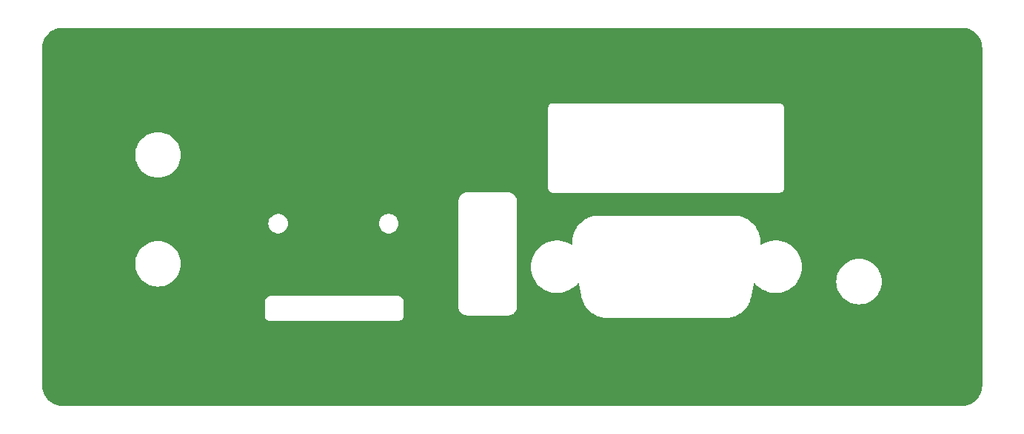
<source format=gbr>
%TF.GenerationSoftware,KiCad,Pcbnew,8.0.8*%
%TF.CreationDate,2025-02-26T19:38:44-05:00*%
%TF.ProjectId,MiniCamel_FrontPlate,4d696e69-4361-46d6-956c-5f46726f6e74,rev?*%
%TF.SameCoordinates,Original*%
%TF.FileFunction,Copper,L2,Bot*%
%TF.FilePolarity,Positive*%
%FSLAX46Y46*%
G04 Gerber Fmt 4.6, Leading zero omitted, Abs format (unit mm)*
G04 Created by KiCad (PCBNEW 8.0.8) date 2025-02-26 19:38:44*
%MOMM*%
%LPD*%
G01*
G04 APERTURE LIST*
%TA.AperFunction,ComponentPad*%
%ADD10C,4.064000*%
%TD*%
G04 APERTURE END LIST*
D10*
%TO.P,REF\u002A\u002A,1*%
%TO.N,GND*%
X81310000Y-71791723D03*
%TO.P,REF\u002A\u002A,2*%
X182460000Y-71791723D03*
%TO.P,REF\u002A\u002A,3*%
X81310000Y-109010000D03*
%TO.P,REF\u002A\u002A,4*%
X182460000Y-109010000D03*
%TD*%
%TA.AperFunction,Conductor*%
%TO.N,GND*%
G36*
X183304558Y-68710725D02*
G01*
X183571615Y-68726882D01*
X183586480Y-68728687D01*
X183845951Y-68776238D01*
X183860484Y-68779821D01*
X184112328Y-68858300D01*
X184126327Y-68863610D01*
X184366871Y-68971872D01*
X184380128Y-68978829D01*
X184605882Y-69115303D01*
X184618193Y-69123801D01*
X184733486Y-69214127D01*
X184825851Y-69286490D01*
X184837059Y-69296420D01*
X185023579Y-69482940D01*
X185033509Y-69494148D01*
X185196194Y-69701800D01*
X185204700Y-69714123D01*
X185341169Y-69939870D01*
X185348127Y-69953128D01*
X185456389Y-70193672D01*
X185461699Y-70207673D01*
X185540177Y-70459512D01*
X185543761Y-70474051D01*
X185591312Y-70733520D01*
X185593117Y-70748384D01*
X185609274Y-71015441D01*
X185609500Y-71022929D01*
X185609500Y-109697070D01*
X185609274Y-109704558D01*
X185593117Y-109971615D01*
X185591312Y-109986479D01*
X185543761Y-110245948D01*
X185540177Y-110260487D01*
X185461699Y-110512326D01*
X185456389Y-110526327D01*
X185348127Y-110766871D01*
X185341169Y-110780129D01*
X185204700Y-111005876D01*
X185196194Y-111018199D01*
X185033509Y-111225851D01*
X185023579Y-111237059D01*
X184837059Y-111423579D01*
X184825851Y-111433509D01*
X184618199Y-111596194D01*
X184605876Y-111604700D01*
X184380129Y-111741169D01*
X184366871Y-111748127D01*
X184126327Y-111856389D01*
X184112326Y-111861699D01*
X183860487Y-111940177D01*
X183845948Y-111943761D01*
X183586479Y-111991312D01*
X183571615Y-111993117D01*
X183304559Y-112009274D01*
X183297071Y-112009500D01*
X80440655Y-112009500D01*
X80433168Y-112009274D01*
X80163971Y-111992990D01*
X80149107Y-111991185D01*
X79887532Y-111943251D01*
X79872993Y-111939667D01*
X79619116Y-111860556D01*
X79605115Y-111855247D01*
X79362608Y-111746104D01*
X79349349Y-111739145D01*
X79121773Y-111601570D01*
X79109450Y-111593064D01*
X78900113Y-111429059D01*
X78888905Y-111419129D01*
X78700870Y-111231094D01*
X78690940Y-111219886D01*
X78679627Y-111205446D01*
X78526931Y-111010543D01*
X78518433Y-110998232D01*
X78380851Y-110770644D01*
X78373899Y-110757398D01*
X78264750Y-110514880D01*
X78259443Y-110500883D01*
X78180329Y-110246995D01*
X78176750Y-110232477D01*
X78128813Y-109970888D01*
X78127009Y-109956028D01*
X78110726Y-109686832D01*
X78110500Y-109679345D01*
X78110500Y-100057107D01*
X103589500Y-100057107D01*
X103589500Y-101808891D01*
X103623608Y-101936187D01*
X103656554Y-101993250D01*
X103689500Y-102050314D01*
X103782686Y-102143500D01*
X103881521Y-102200563D01*
X103896621Y-102209281D01*
X103896814Y-102209392D01*
X104024108Y-102243500D01*
X118845996Y-102243500D01*
X118846633Y-102243541D01*
X118854392Y-102243536D01*
X118854394Y-102243537D01*
X118919407Y-102243500D01*
X118985892Y-102243500D01*
X118985892Y-102243499D01*
X118986177Y-102243462D01*
X118986178Y-102243462D01*
X119048926Y-102226609D01*
X119048929Y-102226621D01*
X119048991Y-102226591D01*
X119113186Y-102209392D01*
X119113194Y-102209386D01*
X119113446Y-102209282D01*
X119113452Y-102209281D01*
X119150948Y-102187603D01*
X119169698Y-102176764D01*
X119169699Y-102176766D01*
X119169748Y-102176734D01*
X119227314Y-102143500D01*
X119227322Y-102143491D01*
X119227537Y-102143326D01*
X119227543Y-102143324D01*
X119273673Y-102097140D01*
X119273674Y-102097139D01*
X119273684Y-102097149D01*
X119273721Y-102097091D01*
X119320500Y-102050314D01*
X119320503Y-102050309D01*
X119320671Y-102050088D01*
X119320675Y-102050085D01*
X119353035Y-101993962D01*
X119353071Y-101993900D01*
X119381881Y-101943999D01*
X119386392Y-101936186D01*
X119386394Y-101936175D01*
X119386497Y-101935926D01*
X119386502Y-101935919D01*
X119403463Y-101872472D01*
X119403500Y-101872411D01*
X119403481Y-101872406D01*
X119420500Y-101808892D01*
X119420500Y-101808887D01*
X119420501Y-101808884D01*
X119420538Y-101808604D01*
X119420500Y-101742120D01*
X119420500Y-101669213D01*
X119420457Y-101668575D01*
X119420338Y-101460971D01*
X119419581Y-100133884D01*
X119419586Y-100058062D01*
X119389982Y-99909192D01*
X119331901Y-99768958D01*
X119247576Y-99642752D01*
X119140248Y-99535424D01*
X119014042Y-99451099D01*
X119014038Y-99451097D01*
X119014036Y-99451096D01*
X119014037Y-99451096D01*
X118873811Y-99393019D01*
X118873809Y-99393018D01*
X118873808Y-99393018D01*
X118724938Y-99363414D01*
X118650895Y-99363417D01*
X118650882Y-99363417D01*
X104433524Y-99362504D01*
X104433452Y-99362500D01*
X104425892Y-99362500D01*
X104360000Y-99362500D01*
X104356366Y-99362500D01*
X104356355Y-99362499D01*
X104286094Y-99362495D01*
X104286018Y-99362500D01*
X104284109Y-99362500D01*
X104135260Y-99392108D01*
X104135252Y-99392110D01*
X103995032Y-99450190D01*
X103868834Y-99534513D01*
X103761513Y-99641834D01*
X103677190Y-99768032D01*
X103619110Y-99908252D01*
X103619108Y-99908260D01*
X103589500Y-100057107D01*
X78110500Y-100057107D01*
X78110500Y-95740000D01*
X88744747Y-95740000D01*
X88763741Y-96054023D01*
X88763741Y-96054028D01*
X88763742Y-96054029D01*
X88820451Y-96363478D01*
X88820452Y-96363482D01*
X88820453Y-96363486D01*
X88914039Y-96663816D01*
X88914043Y-96663827D01*
X88914044Y-96663830D01*
X88914046Y-96663835D01*
X89043163Y-96950721D01*
X89172799Y-97165165D01*
X89205924Y-97219960D01*
X89399942Y-97467605D01*
X89622394Y-97690057D01*
X89870039Y-97884075D01*
X89870044Y-97884078D01*
X89870048Y-97884081D01*
X90139279Y-98046837D01*
X90426165Y-98175954D01*
X90426175Y-98175957D01*
X90426183Y-98175960D01*
X90626403Y-98238350D01*
X90726522Y-98269549D01*
X91035971Y-98326258D01*
X91350000Y-98345253D01*
X91664029Y-98326258D01*
X91973478Y-98269549D01*
X92273835Y-98175954D01*
X92560721Y-98046837D01*
X92829952Y-97884081D01*
X93077602Y-97690060D01*
X93300060Y-97467602D01*
X93494081Y-97219952D01*
X93656837Y-96950721D01*
X93785954Y-96663835D01*
X93879549Y-96363478D01*
X93936258Y-96054029D01*
X93955253Y-95740000D01*
X93936258Y-95425971D01*
X93879549Y-95116522D01*
X93785954Y-94816165D01*
X93656837Y-94529279D01*
X93494081Y-94260048D01*
X93494078Y-94260044D01*
X93494075Y-94260039D01*
X93300057Y-94012394D01*
X93077605Y-93789942D01*
X92829960Y-93595924D01*
X92829952Y-93595919D01*
X92560721Y-93433163D01*
X92273835Y-93304046D01*
X92273830Y-93304044D01*
X92273827Y-93304043D01*
X92273816Y-93304039D01*
X91973486Y-93210453D01*
X91973482Y-93210452D01*
X91973478Y-93210451D01*
X91664029Y-93153742D01*
X91664028Y-93153741D01*
X91664023Y-93153741D01*
X91350000Y-93134747D01*
X91035976Y-93153741D01*
X91035971Y-93153742D01*
X90726522Y-93210451D01*
X90726519Y-93210451D01*
X90726513Y-93210453D01*
X90426183Y-93304039D01*
X90426172Y-93304043D01*
X90426166Y-93304045D01*
X90426165Y-93304046D01*
X90139279Y-93433163D01*
X90067864Y-93476335D01*
X89870039Y-93595924D01*
X89622394Y-93789942D01*
X89399942Y-94012394D01*
X89205924Y-94260039D01*
X89043162Y-94529281D01*
X89043161Y-94529283D01*
X88914043Y-94816172D01*
X88914039Y-94816183D01*
X88820453Y-95116513D01*
X88820451Y-95116519D01*
X88820451Y-95116522D01*
X88795907Y-95250453D01*
X88763741Y-95425976D01*
X88744747Y-95740000D01*
X78110500Y-95740000D01*
X78110500Y-91134999D01*
X103980000Y-91134999D01*
X103980000Y-91135000D01*
X103999069Y-91340794D01*
X103999069Y-91340796D01*
X103999070Y-91340799D01*
X104050152Y-91520333D01*
X104055632Y-91539594D01*
X104147753Y-91724598D01*
X104147758Y-91724606D01*
X104272311Y-91889541D01*
X104403707Y-92009323D01*
X104425049Y-92028779D01*
X104558887Y-92111648D01*
X104595215Y-92134142D01*
X104600773Y-92137583D01*
X104793497Y-92212245D01*
X104996659Y-92250222D01*
X104996662Y-92250222D01*
X105203338Y-92250222D01*
X105203341Y-92250222D01*
X105406503Y-92212245D01*
X105599227Y-92137583D01*
X105774951Y-92028779D01*
X105927690Y-91889539D01*
X106052243Y-91724604D01*
X106144369Y-91539591D01*
X106200930Y-91340799D01*
X106220000Y-91135000D01*
X106219073Y-91124999D01*
X116620000Y-91124999D01*
X116620000Y-91125000D01*
X116639069Y-91330794D01*
X116639069Y-91330796D01*
X116639070Y-91330799D01*
X116692996Y-91520330D01*
X116695632Y-91529594D01*
X116787753Y-91714598D01*
X116787758Y-91714606D01*
X116912311Y-91879541D01*
X117043707Y-91999323D01*
X117065049Y-92018779D01*
X117198887Y-92101648D01*
X117235207Y-92124137D01*
X117240773Y-92127583D01*
X117433497Y-92202245D01*
X117636659Y-92240222D01*
X117636662Y-92240222D01*
X117843338Y-92240222D01*
X117843341Y-92240222D01*
X118046503Y-92202245D01*
X118239227Y-92127583D01*
X118414951Y-92018779D01*
X118567690Y-91879539D01*
X118692243Y-91714604D01*
X118784369Y-91529591D01*
X118840930Y-91330799D01*
X118860000Y-91125000D01*
X118840930Y-90919201D01*
X118784369Y-90720409D01*
X118697225Y-90545401D01*
X118692246Y-90535401D01*
X118692241Y-90535393D01*
X118567688Y-90370458D01*
X118414952Y-90231222D01*
X118414951Y-90231221D01*
X118255378Y-90132417D01*
X118239228Y-90122417D01*
X118239226Y-90122416D01*
X118154129Y-90089450D01*
X118046503Y-90047755D01*
X117843341Y-90009778D01*
X117636659Y-90009778D01*
X117433497Y-90047755D01*
X117379683Y-90068602D01*
X117240773Y-90122416D01*
X117240771Y-90122417D01*
X117065047Y-90231222D01*
X116912311Y-90370458D01*
X116787758Y-90535393D01*
X116787753Y-90535401D01*
X116695632Y-90720405D01*
X116639069Y-90919205D01*
X116620000Y-91124999D01*
X106219073Y-91124999D01*
X106200930Y-90929201D01*
X106144369Y-90730409D01*
X106127622Y-90696776D01*
X106052246Y-90545401D01*
X106052241Y-90545393D01*
X105927688Y-90380458D01*
X105774952Y-90241222D01*
X105774951Y-90241221D01*
X105708032Y-90199786D01*
X105599228Y-90132417D01*
X105599226Y-90132416D01*
X105514129Y-90099450D01*
X105406503Y-90057755D01*
X105203341Y-90019778D01*
X104996659Y-90019778D01*
X104793497Y-90057755D01*
X104739683Y-90078602D01*
X104600773Y-90132416D01*
X104600771Y-90132417D01*
X104425047Y-90241222D01*
X104272311Y-90380458D01*
X104147758Y-90545393D01*
X104147753Y-90545401D01*
X104055632Y-90730405D01*
X103999069Y-90929205D01*
X103980000Y-91134999D01*
X78110500Y-91134999D01*
X78110500Y-88609484D01*
X125695483Y-88609484D01*
X125695483Y-100590516D01*
X125695705Y-100605498D01*
X125697882Y-100678801D01*
X125714882Y-100794622D01*
X125714882Y-100794626D01*
X125714884Y-100794632D01*
X125752830Y-100936253D01*
X125752831Y-100936254D01*
X125752834Y-100936264D01*
X125798608Y-101046770D01*
X125803332Y-101058175D01*
X125876642Y-101185151D01*
X125876645Y-101185155D01*
X125876649Y-101185161D01*
X125956975Y-101289842D01*
X125956983Y-101289851D01*
X126060641Y-101393509D01*
X126060649Y-101393516D01*
X126060650Y-101393517D01*
X126076239Y-101405479D01*
X126165330Y-101473842D01*
X126165333Y-101473844D01*
X126165341Y-101473850D01*
X126292317Y-101547160D01*
X126414237Y-101597661D01*
X126555860Y-101635608D01*
X126671686Y-101652609D01*
X126720558Y-101654060D01*
X126744993Y-101654786D01*
X126759976Y-101655009D01*
X126760000Y-101655009D01*
X131360024Y-101655009D01*
X131375006Y-101654786D01*
X131448296Y-101652610D01*
X131448302Y-101652609D01*
X131448314Y-101652609D01*
X131496965Y-101645467D01*
X131564133Y-101635609D01*
X131564137Y-101635607D01*
X131564143Y-101635607D01*
X131705766Y-101597659D01*
X131827680Y-101547161D01*
X131954656Y-101473852D01*
X132059352Y-101393516D01*
X132163027Y-101289840D01*
X132243357Y-101185151D01*
X132316667Y-101058176D01*
X132367169Y-100936254D01*
X132405116Y-100794630D01*
X132422117Y-100678805D01*
X132424294Y-100605496D01*
X132424517Y-100590515D01*
X132424517Y-96079236D01*
X133978655Y-96079236D01*
X133978655Y-96079243D01*
X133998978Y-96428166D01*
X133998979Y-96428177D01*
X134059668Y-96772363D01*
X134059671Y-96772376D01*
X134159912Y-97107206D01*
X134298350Y-97428141D01*
X134473109Y-97730831D01*
X134587200Y-97884081D01*
X134681826Y-98011186D01*
X134921679Y-98265416D01*
X135086215Y-98403478D01*
X135189431Y-98490086D01*
X135481438Y-98682142D01*
X135793775Y-98839003D01*
X135793776Y-98839004D01*
X135793779Y-98839005D01*
X135793783Y-98839007D01*
X136122221Y-98958549D01*
X136122227Y-98958550D01*
X136122229Y-98958551D01*
X136462301Y-99039151D01*
X136462308Y-99039152D01*
X136462317Y-99039154D01*
X136809471Y-99079730D01*
X136809478Y-99079730D01*
X137158982Y-99079730D01*
X137158989Y-99079730D01*
X137506143Y-99039154D01*
X137506152Y-99039151D01*
X137506158Y-99039151D01*
X137780475Y-98974135D01*
X137846239Y-98958549D01*
X138174677Y-98839007D01*
X138487018Y-98682144D01*
X138505571Y-98669941D01*
X138779028Y-98490086D01*
X138779030Y-98490084D01*
X138779035Y-98490081D01*
X139046781Y-98265416D01*
X139286634Y-98011186D01*
X139304113Y-97987706D01*
X139359934Y-97945688D01*
X139429612Y-97940518D01*
X139491025Y-97973840D01*
X139524673Y-98035073D01*
X139525658Y-98040022D01*
X139772697Y-99427761D01*
X139773205Y-99430843D01*
X139791057Y-99548185D01*
X139791060Y-99548198D01*
X139807339Y-99619770D01*
X139807340Y-99619773D01*
X139807401Y-99620039D01*
X139808287Y-99622784D01*
X139899625Y-99924081D01*
X139929980Y-100024212D01*
X139929983Y-100024219D01*
X139964612Y-100106802D01*
X139966810Y-100112424D01*
X139968716Y-100117673D01*
X140100635Y-100364403D01*
X140201898Y-100553796D01*
X140203159Y-100556130D01*
X140204014Y-100557711D01*
X140204016Y-100557715D01*
X140228380Y-100590261D01*
X140235188Y-100600352D01*
X140257918Y-100637897D01*
X140257920Y-100637899D01*
X140571609Y-101020169D01*
X140618089Y-101069627D01*
X140620009Y-101070959D01*
X140640835Y-101089159D01*
X140643243Y-101091792D01*
X140643248Y-101091797D01*
X141025513Y-101405482D01*
X141025522Y-101405488D01*
X141087343Y-101448915D01*
X141093259Y-101452174D01*
X141093105Y-101452453D01*
X141105631Y-101459529D01*
X141105867Y-101459156D01*
X141109605Y-101461512D01*
X141109610Y-101461515D01*
X141109612Y-101461516D01*
X141545732Y-101694686D01*
X141627694Y-101728213D01*
X141633201Y-101730625D01*
X141639143Y-101733403D01*
X142112343Y-101876913D01*
X142116634Y-101878194D01*
X142139726Y-101881514D01*
X142157483Y-101884067D01*
X142169382Y-101886375D01*
X142211733Y-101896766D01*
X142703733Y-101945026D01*
X142747175Y-101947151D01*
X142750386Y-101947458D01*
X142750391Y-101947388D01*
X142754794Y-101947698D01*
X142754808Y-101947700D01*
X156110843Y-101935589D01*
X156131062Y-101937482D01*
X156133047Y-101937570D01*
X156133048Y-101937571D01*
X156157429Y-101938661D01*
X156175867Y-101940877D01*
X156200600Y-101945752D01*
X156230156Y-101943053D01*
X156246957Y-101942664D01*
X156276785Y-101943999D01*
X156756845Y-101896749D01*
X156781136Y-101893373D01*
X156796854Y-101891190D01*
X156796855Y-101891189D01*
X156796859Y-101891189D01*
X156815995Y-101884828D01*
X156836365Y-101879925D01*
X156856077Y-101876913D01*
X157329277Y-101733403D01*
X157410421Y-101699368D01*
X157416006Y-101697184D01*
X157423049Y-101694627D01*
X157858909Y-101461457D01*
X157859815Y-101460971D01*
X157894221Y-101435563D01*
X157903648Y-101429248D01*
X157942907Y-101405482D01*
X158325177Y-101091792D01*
X158373274Y-101046770D01*
X158375289Y-101043888D01*
X158393226Y-101023446D01*
X158396812Y-101020167D01*
X158710502Y-100637897D01*
X158756908Y-100571013D01*
X158756910Y-100571006D01*
X158760200Y-100564912D01*
X158760481Y-100565063D01*
X158765049Y-100556130D01*
X158766520Y-100553796D01*
X158766526Y-100553788D01*
X158999696Y-100117668D01*
X159033118Y-100035960D01*
X159035534Y-100030445D01*
X159038424Y-100024265D01*
X159181934Y-99551055D01*
X159183214Y-99546766D01*
X159189116Y-99505714D01*
X159191415Y-99493860D01*
X159201789Y-99451519D01*
X159201790Y-99451515D01*
X159204796Y-99420762D01*
X159206071Y-99411409D01*
X159209456Y-99392108D01*
X159445763Y-98044457D01*
X159476731Y-97981825D01*
X159536644Y-97945878D01*
X159606480Y-97948028D01*
X159664068Y-97987594D01*
X159667364Y-97991828D01*
X159681761Y-98011167D01*
X159681767Y-98011174D01*
X159681776Y-98011186D01*
X159921629Y-98265416D01*
X160086165Y-98403478D01*
X160189381Y-98490086D01*
X160481388Y-98682142D01*
X160793725Y-98839003D01*
X160793726Y-98839004D01*
X160793729Y-98839005D01*
X160793733Y-98839007D01*
X161122171Y-98958549D01*
X161122177Y-98958550D01*
X161122179Y-98958551D01*
X161462251Y-99039151D01*
X161462258Y-99039152D01*
X161462267Y-99039154D01*
X161809421Y-99079730D01*
X161809428Y-99079730D01*
X162158932Y-99079730D01*
X162158939Y-99079730D01*
X162506093Y-99039154D01*
X162506102Y-99039151D01*
X162506108Y-99039151D01*
X162780425Y-98974135D01*
X162846189Y-98958549D01*
X163174627Y-98839007D01*
X163486968Y-98682144D01*
X163505521Y-98669941D01*
X163778978Y-98490086D01*
X163778980Y-98490084D01*
X163778985Y-98490081D01*
X164046731Y-98265416D01*
X164286584Y-98011186D01*
X164458695Y-97780000D01*
X168914747Y-97780000D01*
X168933741Y-98094023D01*
X168933741Y-98094028D01*
X168933742Y-98094029D01*
X168990451Y-98403478D01*
X168990452Y-98403482D01*
X168990453Y-98403486D01*
X169084039Y-98703816D01*
X169084043Y-98703827D01*
X169084044Y-98703830D01*
X169084046Y-98703835D01*
X169213163Y-98990721D01*
X169266971Y-99079730D01*
X169375924Y-99259960D01*
X169569942Y-99507605D01*
X169792394Y-99730057D01*
X170040039Y-99924075D01*
X170040044Y-99924078D01*
X170040048Y-99924081D01*
X170309279Y-100086837D01*
X170596165Y-100215954D01*
X170596175Y-100215957D01*
X170596183Y-100215960D01*
X170796403Y-100278350D01*
X170896522Y-100309549D01*
X171205971Y-100366258D01*
X171520000Y-100385253D01*
X171834029Y-100366258D01*
X172143478Y-100309549D01*
X172443835Y-100215954D01*
X172730721Y-100086837D01*
X172999952Y-99924081D01*
X173018957Y-99909192D01*
X173199134Y-99768032D01*
X173247602Y-99730060D01*
X173470060Y-99507602D01*
X173664081Y-99259952D01*
X173826837Y-98990721D01*
X173955954Y-98703835D01*
X174049549Y-98403478D01*
X174106258Y-98094029D01*
X174125253Y-97780000D01*
X174106258Y-97465971D01*
X174049549Y-97156522D01*
X173955954Y-96856165D01*
X173826837Y-96569279D01*
X173664081Y-96300048D01*
X173664078Y-96300044D01*
X173664075Y-96300039D01*
X173470057Y-96052394D01*
X173247605Y-95829942D01*
X172999960Y-95635924D01*
X172999952Y-95635919D01*
X172730721Y-95473163D01*
X172443835Y-95344046D01*
X172443830Y-95344044D01*
X172443827Y-95344043D01*
X172443816Y-95344039D01*
X172143486Y-95250453D01*
X172143482Y-95250452D01*
X172143478Y-95250451D01*
X171834029Y-95193742D01*
X171834028Y-95193741D01*
X171834023Y-95193741D01*
X171520000Y-95174747D01*
X171205976Y-95193741D01*
X171205971Y-95193742D01*
X170896522Y-95250451D01*
X170896519Y-95250451D01*
X170896513Y-95250453D01*
X170596183Y-95344039D01*
X170596172Y-95344043D01*
X170309283Y-95473161D01*
X170309281Y-95473162D01*
X170040039Y-95635924D01*
X169792394Y-95829942D01*
X169569942Y-96052394D01*
X169375924Y-96300039D01*
X169213162Y-96569281D01*
X169213161Y-96569283D01*
X169084043Y-96856172D01*
X169084039Y-96856183D01*
X168990453Y-97156513D01*
X168990451Y-97156519D01*
X168990451Y-97156522D01*
X168971265Y-97261215D01*
X168933741Y-97465976D01*
X168914747Y-97780000D01*
X164458695Y-97780000D01*
X164495301Y-97730830D01*
X164670060Y-97428140D01*
X164808497Y-97107207D01*
X164908739Y-96772373D01*
X164969432Y-96428166D01*
X164989755Y-96079240D01*
X164988191Y-96052394D01*
X164984570Y-95990217D01*
X164969432Y-95730314D01*
X164969430Y-95730302D01*
X164908741Y-95386116D01*
X164908738Y-95386103D01*
X164808497Y-95051273D01*
X164670059Y-94730338D01*
X164495300Y-94427648D01*
X164286594Y-94147308D01*
X164286584Y-94147294D01*
X164046731Y-93893064D01*
X163778985Y-93668399D01*
X163778978Y-93668393D01*
X163486971Y-93476337D01*
X163174634Y-93319476D01*
X163174633Y-93319475D01*
X162846195Y-93199933D01*
X162846180Y-93199928D01*
X162506108Y-93119328D01*
X162506093Y-93119326D01*
X162158939Y-93078750D01*
X161809421Y-93078750D01*
X161505661Y-93114254D01*
X161462266Y-93119326D01*
X161462251Y-93119328D01*
X161122179Y-93199928D01*
X161122164Y-93199933D01*
X160793726Y-93319475D01*
X160793725Y-93319476D01*
X160481399Y-93476331D01*
X160481393Y-93476335D01*
X160432644Y-93508397D01*
X160365816Y-93528788D01*
X160298572Y-93509812D01*
X160252263Y-93457494D01*
X160241107Y-93392616D01*
X160250265Y-93299844D01*
X160252382Y-93268390D01*
X160249693Y-93243315D01*
X160249110Y-93224581D01*
X160250270Y-93198549D01*
X160201750Y-92706549D01*
X160196200Y-92666633D01*
X160189896Y-92647666D01*
X160184992Y-92627303D01*
X160181901Y-92607093D01*
X160059055Y-92202244D01*
X160038391Y-92134142D01*
X160036624Y-92129682D01*
X160007699Y-92056657D01*
X160007693Y-92056642D01*
X160000090Y-92041286D01*
X159999669Y-92040403D01*
X159999258Y-92039605D01*
X159989331Y-92019553D01*
X159984742Y-92012582D01*
X159766517Y-91604415D01*
X159766187Y-91603805D01*
X159764407Y-91600510D01*
X159739953Y-91567844D01*
X159733143Y-91557749D01*
X159710493Y-91520334D01*
X159710491Y-91520332D01*
X159710489Y-91520330D01*
X159396802Y-91138063D01*
X159384573Y-91124999D01*
X159351786Y-91089972D01*
X159351784Y-91089970D01*
X159351780Y-91089966D01*
X159351773Y-91089961D01*
X159348790Y-91087874D01*
X159328401Y-91069993D01*
X159325016Y-91066295D01*
X158942757Y-90752873D01*
X158942745Y-90752865D01*
X158881964Y-90713459D01*
X158875994Y-90709335D01*
X158858916Y-90696777D01*
X158423056Y-90463597D01*
X158423049Y-90463594D01*
X158423047Y-90463593D01*
X158339025Y-90429209D01*
X158333504Y-90426792D01*
X158331532Y-90425870D01*
X158329275Y-90424816D01*
X158329272Y-90424815D01*
X158329270Y-90424814D01*
X158329271Y-90424814D01*
X157856064Y-90281305D01*
X157800949Y-90272182D01*
X157791594Y-90270260D01*
X157779509Y-90267289D01*
X157756938Y-90261739D01*
X157264975Y-90213222D01*
X157264930Y-90213219D01*
X157215333Y-90210780D01*
X157215330Y-90210780D01*
X157213929Y-90210780D01*
X155329804Y-90212235D01*
X141857579Y-90222642D01*
X141836437Y-90220668D01*
X141822842Y-90220067D01*
X141817874Y-90219847D01*
X141797865Y-90217321D01*
X141783358Y-90214274D01*
X141777712Y-90213088D01*
X141777709Y-90213087D01*
X141761848Y-90214221D01*
X141761119Y-90214274D01*
X141752277Y-90214590D01*
X141701679Y-90214590D01*
X141696203Y-90214469D01*
X141691385Y-90214256D01*
X141691372Y-90214256D01*
X141211315Y-90261755D01*
X141171567Y-90267289D01*
X141171553Y-90267292D01*
X141153865Y-90273170D01*
X141133506Y-90278072D01*
X141112341Y-90281307D01*
X140639145Y-90424816D01*
X140557969Y-90458861D01*
X140552360Y-90461054D01*
X140545368Y-90463594D01*
X140545359Y-90463598D01*
X140109455Y-90696803D01*
X140108610Y-90697255D01*
X140108602Y-90697261D01*
X140093151Y-90708670D01*
X140087160Y-90712827D01*
X140025673Y-90752866D01*
X139643412Y-91066288D01*
X139643404Y-91066295D01*
X139643402Y-91066297D01*
X139618212Y-91089961D01*
X139593779Y-91112913D01*
X139593776Y-91112916D01*
X139592461Y-91114813D01*
X139574277Y-91135621D01*
X139571609Y-91138061D01*
X139571607Y-91138063D01*
X139257919Y-91520330D01*
X139257918Y-91520331D01*
X139212095Y-91586214D01*
X139208810Y-91592278D01*
X139208572Y-91592149D01*
X139203922Y-91601213D01*
X139201898Y-91604424D01*
X138968724Y-92040552D01*
X138934531Y-92124137D01*
X138932103Y-92129682D01*
X138930021Y-92134136D01*
X138930018Y-92134143D01*
X138786482Y-92607179D01*
X138785206Y-92611451D01*
X138785203Y-92611464D01*
X138779247Y-92652886D01*
X138776924Y-92664839D01*
X138766669Y-92706550D01*
X138718150Y-93198538D01*
X138718150Y-93198556D01*
X138720113Y-93245428D01*
X138720100Y-93256112D01*
X138718158Y-93299881D01*
X138727318Y-93392617D01*
X138714318Y-93461267D01*
X138666267Y-93511991D01*
X138598421Y-93528684D01*
X138535779Y-93508406D01*
X138487021Y-93476337D01*
X138174684Y-93319476D01*
X138174683Y-93319475D01*
X137846245Y-93199933D01*
X137846230Y-93199928D01*
X137506158Y-93119328D01*
X137506143Y-93119326D01*
X137158989Y-93078750D01*
X136809471Y-93078750D01*
X136505711Y-93114254D01*
X136462316Y-93119326D01*
X136462301Y-93119328D01*
X136122229Y-93199928D01*
X136122214Y-93199933D01*
X135793776Y-93319475D01*
X135793775Y-93319476D01*
X135481438Y-93476337D01*
X135189431Y-93668393D01*
X134921677Y-93893065D01*
X134921677Y-93893066D01*
X134681826Y-94147294D01*
X134681821Y-94147300D01*
X134681815Y-94147308D01*
X134473109Y-94427648D01*
X134298350Y-94730338D01*
X134159912Y-95051273D01*
X134059671Y-95386103D01*
X134059668Y-95386116D01*
X133998979Y-95730302D01*
X133998978Y-95730313D01*
X133978655Y-96079236D01*
X132424517Y-96079236D01*
X132424517Y-88609504D01*
X132424487Y-88607521D01*
X132424291Y-88594401D01*
X132422099Y-88521092D01*
X132405104Y-88405381D01*
X132367161Y-88263759D01*
X132316663Y-88141837D01*
X132243357Y-88014861D01*
X132243354Y-88014858D01*
X132243353Y-88014855D01*
X132163028Y-87910169D01*
X132163018Y-87910158D01*
X132059354Y-87806492D01*
X132059345Y-87806484D01*
X131954661Y-87726156D01*
X131954655Y-87726152D01*
X131905396Y-87697711D01*
X131827685Y-87652844D01*
X131705765Y-87602342D01*
X131705763Y-87602341D01*
X131705762Y-87602341D01*
X131564134Y-87564391D01*
X131564135Y-87564391D01*
X131448325Y-87547393D01*
X131448296Y-87547390D01*
X131375006Y-87545214D01*
X131360024Y-87544992D01*
X131360000Y-87544992D01*
X126760000Y-87544992D01*
X126759976Y-87544992D01*
X126744993Y-87545214D01*
X126671690Y-87547391D01*
X126555869Y-87564391D01*
X126555865Y-87564391D01*
X126414237Y-87602340D01*
X126414227Y-87602343D01*
X126292320Y-87652839D01*
X126292316Y-87652841D01*
X126165341Y-87726151D01*
X126165330Y-87726158D01*
X126060649Y-87806484D01*
X125956975Y-87910158D01*
X125876649Y-88014839D01*
X125876642Y-88014850D01*
X125803332Y-88141825D01*
X125803330Y-88141829D01*
X125752834Y-88263736D01*
X125752831Y-88263746D01*
X125714882Y-88405374D01*
X125714882Y-88405378D01*
X125697882Y-88521199D01*
X125695705Y-88594502D01*
X125695483Y-88609484D01*
X78110500Y-88609484D01*
X78110500Y-83270000D01*
X88744747Y-83270000D01*
X88763741Y-83584023D01*
X88763741Y-83584028D01*
X88763742Y-83584029D01*
X88820451Y-83893478D01*
X88820452Y-83893482D01*
X88820453Y-83893486D01*
X88914039Y-84193816D01*
X88914043Y-84193827D01*
X88914044Y-84193830D01*
X88914046Y-84193835D01*
X89043163Y-84480721D01*
X89093521Y-84564023D01*
X89205924Y-84749960D01*
X89399942Y-84997605D01*
X89622394Y-85220057D01*
X89870039Y-85414075D01*
X89870044Y-85414078D01*
X89870048Y-85414081D01*
X90139279Y-85576837D01*
X90426165Y-85705954D01*
X90426175Y-85705957D01*
X90426183Y-85705960D01*
X90626403Y-85768350D01*
X90726522Y-85799549D01*
X91035971Y-85856258D01*
X91350000Y-85875253D01*
X91664029Y-85856258D01*
X91973478Y-85799549D01*
X92273835Y-85705954D01*
X92560721Y-85576837D01*
X92829952Y-85414081D01*
X93077602Y-85220060D01*
X93300060Y-84997602D01*
X93494081Y-84749952D01*
X93656837Y-84480721D01*
X93785954Y-84193835D01*
X93879549Y-83893478D01*
X93936258Y-83584029D01*
X93955253Y-83270000D01*
X93936258Y-82955971D01*
X93879549Y-82646522D01*
X93785954Y-82346165D01*
X93656837Y-82059279D01*
X93494081Y-81790048D01*
X93494078Y-81790044D01*
X93494075Y-81790039D01*
X93300057Y-81542394D01*
X93077605Y-81319942D01*
X92829960Y-81125924D01*
X92829952Y-81125919D01*
X92560721Y-80963163D01*
X92273835Y-80834046D01*
X92273830Y-80834044D01*
X92273827Y-80834043D01*
X92273816Y-80834039D01*
X91973486Y-80740453D01*
X91973482Y-80740452D01*
X91973478Y-80740451D01*
X91664029Y-80683742D01*
X91664028Y-80683741D01*
X91664023Y-80683741D01*
X91350000Y-80664747D01*
X91035976Y-80683741D01*
X91035971Y-80683742D01*
X90726522Y-80740451D01*
X90726519Y-80740451D01*
X90726513Y-80740453D01*
X90426183Y-80834039D01*
X90426172Y-80834043D01*
X90139283Y-80963161D01*
X90139281Y-80963162D01*
X89870039Y-81125924D01*
X89622394Y-81319942D01*
X89399942Y-81542394D01*
X89205924Y-81790039D01*
X89043162Y-82059281D01*
X89043161Y-82059283D01*
X88914043Y-82346172D01*
X88914039Y-82346183D01*
X88820453Y-82646513D01*
X88763741Y-82955976D01*
X88744747Y-83270000D01*
X78110500Y-83270000D01*
X78110500Y-77879999D01*
X135969499Y-77879999D01*
X135969499Y-87080002D01*
X135974643Y-87151940D01*
X136015181Y-87289994D01*
X136092966Y-87411030D01*
X136092970Y-87411034D01*
X136201699Y-87505249D01*
X136201705Y-87505254D01*
X136242173Y-87523735D01*
X136332579Y-87565023D01*
X136332582Y-87565023D01*
X136332583Y-87565024D01*
X136474999Y-87585500D01*
X136475002Y-87585500D01*
X162445001Y-87585500D01*
X162516941Y-87580355D01*
X162654993Y-87539819D01*
X162776033Y-87462031D01*
X162870255Y-87353294D01*
X162930025Y-87222416D01*
X162950501Y-87080000D01*
X162950501Y-77880000D01*
X162945356Y-77808060D01*
X162904820Y-77670008D01*
X162827032Y-77548968D01*
X162768174Y-77497967D01*
X162718300Y-77454750D01*
X162718298Y-77454748D01*
X162718295Y-77454746D01*
X162718291Y-77454744D01*
X162587420Y-77394976D01*
X162587415Y-77394975D01*
X162445001Y-77374500D01*
X136474999Y-77374500D01*
X136474996Y-77374500D01*
X136403058Y-77379644D01*
X136265004Y-77420182D01*
X136143968Y-77497967D01*
X136143964Y-77497971D01*
X136049749Y-77606700D01*
X136049743Y-77606709D01*
X135989975Y-77737580D01*
X135989974Y-77737585D01*
X135969499Y-77879999D01*
X78110500Y-77879999D01*
X78110500Y-71022929D01*
X78110726Y-71015441D01*
X78126882Y-70748384D01*
X78128687Y-70733520D01*
X78176238Y-70474051D01*
X78179822Y-70459512D01*
X78258300Y-70207673D01*
X78263610Y-70193672D01*
X78371876Y-69953119D01*
X78378825Y-69939877D01*
X78515308Y-69714109D01*
X78523795Y-69701813D01*
X78686497Y-69494139D01*
X78696412Y-69482948D01*
X78882948Y-69296412D01*
X78894139Y-69286497D01*
X79101813Y-69123795D01*
X79114109Y-69115308D01*
X79339877Y-68978825D01*
X79353119Y-68971876D01*
X79593678Y-68863607D01*
X79607665Y-68858302D01*
X79859518Y-68779820D01*
X79874044Y-68776239D01*
X80133521Y-68728686D01*
X80148382Y-68726882D01*
X80415441Y-68710725D01*
X80422929Y-68710500D01*
X80485069Y-68710500D01*
X183234931Y-68710500D01*
X183297071Y-68710500D01*
X183304558Y-68710725D01*
G37*
%TD.AperFunction*%
%TD*%
M02*

</source>
